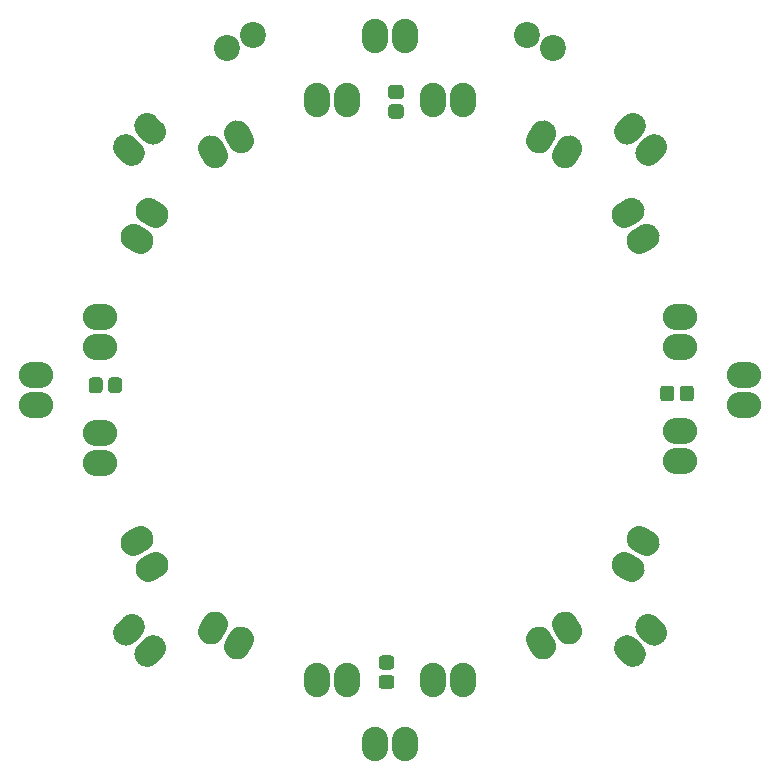
<source format=gts>
G04 #@! TF.GenerationSoftware,KiCad,Pcbnew,(5.1.9)-1*
G04 #@! TF.CreationDate,2021-10-29T13:55:56-03:00*
G04 #@! TF.ProjectId,RG_Led_ring,52475f4c-6564-45f7-9269-6e672e6b6963,rev?*
G04 #@! TF.SameCoordinates,Original*
G04 #@! TF.FileFunction,Soldermask,Top*
G04 #@! TF.FilePolarity,Negative*
%FSLAX46Y46*%
G04 Gerber Fmt 4.6, Leading zero omitted, Abs format (unit mm)*
G04 Created by KiCad (PCBNEW (5.1.9)-1) date 2021-10-29 13:55:56*
%MOMM*%
%LPD*%
G01*
G04 APERTURE LIST*
%ADD10O,2.900000X2.200000*%
%ADD11C,2.200000*%
%ADD12O,2.200000X2.900000*%
G04 APERTURE END LIST*
G36*
G01*
X150125000Y-75825000D02*
X150875000Y-75825000D01*
G75*
G02*
X151175000Y-76125000I0J-300000D01*
G01*
X151175000Y-76725000D01*
G75*
G02*
X150875000Y-77025000I-300000J0D01*
G01*
X150125000Y-77025000D01*
G75*
G02*
X149825000Y-76725000I0J300000D01*
G01*
X149825000Y-76125000D01*
G75*
G02*
X150125000Y-75825000I300000J0D01*
G01*
G37*
G36*
G01*
X150125000Y-74175000D02*
X150875000Y-74175000D01*
G75*
G02*
X151175000Y-74475000I0J-300000D01*
G01*
X151175000Y-75075000D01*
G75*
G02*
X150875000Y-75375000I-300000J0D01*
G01*
X150125000Y-75375000D01*
G75*
G02*
X149825000Y-75075000I0J300000D01*
G01*
X149825000Y-74475000D01*
G75*
G02*
X150125000Y-74175000I300000J0D01*
G01*
G37*
D10*
X125480000Y-93850000D03*
X125480000Y-96390000D03*
G36*
G01*
X174075000Y-99925000D02*
X174075000Y-100675000D01*
G75*
G02*
X173775000Y-100975000I-300000J0D01*
G01*
X173175000Y-100975000D01*
G75*
G02*
X172875000Y-100675000I0J300000D01*
G01*
X172875000Y-99925000D01*
G75*
G02*
X173175000Y-99625000I300000J0D01*
G01*
X173775000Y-99625000D01*
G75*
G02*
X174075000Y-99925000I0J-300000D01*
G01*
G37*
G36*
G01*
X175725000Y-99925000D02*
X175725000Y-100675000D01*
G75*
G02*
X175425000Y-100975000I-300000J0D01*
G01*
X174825000Y-100975000D01*
G75*
G02*
X174525000Y-100675000I0J300000D01*
G01*
X174525000Y-99925000D01*
G75*
G02*
X174825000Y-99625000I300000J0D01*
G01*
X175425000Y-99625000D01*
G75*
G02*
X175725000Y-99925000I0J-300000D01*
G01*
G37*
G36*
G01*
X150075000Y-123675000D02*
X149325000Y-123675000D01*
G75*
G02*
X149025000Y-123375000I0J300000D01*
G01*
X149025000Y-122775000D01*
G75*
G02*
X149325000Y-122475000I300000J0D01*
G01*
X150075000Y-122475000D01*
G75*
G02*
X150375000Y-122775000I0J-300000D01*
G01*
X150375000Y-123375000D01*
G75*
G02*
X150075000Y-123675000I-300000J0D01*
G01*
G37*
G36*
G01*
X150075000Y-125325000D02*
X149325000Y-125325000D01*
G75*
G02*
X149025000Y-125025000I0J300000D01*
G01*
X149025000Y-124425000D01*
G75*
G02*
X149325000Y-124125000I300000J0D01*
G01*
X150075000Y-124125000D01*
G75*
G02*
X150375000Y-124425000I0J-300000D01*
G01*
X150375000Y-125025000D01*
G75*
G02*
X150075000Y-125325000I-300000J0D01*
G01*
G37*
G36*
G01*
X126125000Y-99975000D02*
X126125000Y-99225000D01*
G75*
G02*
X126425000Y-98925000I300000J0D01*
G01*
X127025000Y-98925000D01*
G75*
G02*
X127325000Y-99225000I0J-300000D01*
G01*
X127325000Y-99975000D01*
G75*
G02*
X127025000Y-100275000I-300000J0D01*
G01*
X126425000Y-100275000D01*
G75*
G02*
X126125000Y-99975000I0J300000D01*
G01*
G37*
G36*
G01*
X124475000Y-99975000D02*
X124475000Y-99225000D01*
G75*
G02*
X124775000Y-98925000I300000J0D01*
G01*
X125375000Y-98925000D01*
G75*
G02*
X125675000Y-99225000I0J-300000D01*
G01*
X125675000Y-99975000D01*
G75*
G02*
X125375000Y-100275000I-300000J0D01*
G01*
X124775000Y-100275000D01*
G75*
G02*
X124475000Y-99975000I0J300000D01*
G01*
G37*
D11*
X161567115Y-69971727D03*
X163832885Y-71028273D03*
X136167115Y-71028273D03*
X138432885Y-69971727D03*
D10*
X180000000Y-98730000D03*
X180000000Y-101270000D03*
G36*
G01*
X171337278Y-78422304D02*
X170842304Y-78917278D01*
G75*
G02*
X169286670Y-78917278I-777817J777817D01*
G01*
X169286670Y-78917278D01*
G75*
G02*
X169286670Y-77361644I777817J777817D01*
G01*
X169781644Y-76866670D01*
G75*
G02*
X171337278Y-76866670I777817J-777817D01*
G01*
X171337278Y-76866670D01*
G75*
G02*
X171337278Y-78422304I-777817J-777817D01*
G01*
G37*
G36*
G01*
X173133330Y-80218356D02*
X172638356Y-80713330D01*
G75*
G02*
X171082722Y-80713330I-777817J777817D01*
G01*
X171082722Y-80713330D01*
G75*
G02*
X171082722Y-79157696I777817J777817D01*
G01*
X171577696Y-78662722D01*
G75*
G02*
X173133330Y-78662722I777817J-777817D01*
G01*
X173133330Y-78662722D01*
G75*
G02*
X173133330Y-80218356I-777817J-777817D01*
G01*
G37*
D12*
X148730000Y-70000000D03*
X151270000Y-70000000D03*
G36*
G01*
X128422304Y-78662722D02*
X128917278Y-79157696D01*
G75*
G02*
X128917278Y-80713330I-777817J-777817D01*
G01*
X128917278Y-80713330D01*
G75*
G02*
X127361644Y-80713330I-777817J777817D01*
G01*
X126866670Y-80218356D01*
G75*
G02*
X126866670Y-78662722I777817J777817D01*
G01*
X126866670Y-78662722D01*
G75*
G02*
X128422304Y-78662722I777817J-777817D01*
G01*
G37*
G36*
G01*
X130218356Y-76866670D02*
X130713330Y-77361644D01*
G75*
G02*
X130713330Y-78917278I-777817J-777817D01*
G01*
X130713330Y-78917278D01*
G75*
G02*
X129157696Y-78917278I-777817J777817D01*
G01*
X128662722Y-78422304D01*
G75*
G02*
X128662722Y-76866670I777817J777817D01*
G01*
X128662722Y-76866670D01*
G75*
G02*
X130218356Y-76866670I777817J-777817D01*
G01*
G37*
D10*
X120000000Y-101270000D03*
X120000000Y-98730000D03*
G36*
G01*
X128662722Y-121577696D02*
X129157696Y-121082722D01*
G75*
G02*
X130713330Y-121082722I777817J-777817D01*
G01*
X130713330Y-121082722D01*
G75*
G02*
X130713330Y-122638356I-777817J-777817D01*
G01*
X130218356Y-123133330D01*
G75*
G02*
X128662722Y-123133330I-777817J777817D01*
G01*
X128662722Y-123133330D01*
G75*
G02*
X128662722Y-121577696I777817J777817D01*
G01*
G37*
G36*
G01*
X126866670Y-119781644D02*
X127361644Y-119286670D01*
G75*
G02*
X128917278Y-119286670I777817J-777817D01*
G01*
X128917278Y-119286670D01*
G75*
G02*
X128917278Y-120842304I-777817J-777817D01*
G01*
X128422304Y-121337278D01*
G75*
G02*
X126866670Y-121337278I-777817J777817D01*
G01*
X126866670Y-121337278D01*
G75*
G02*
X126866670Y-119781644I777817J777817D01*
G01*
G37*
D12*
X151270000Y-130000000D03*
X148730000Y-130000000D03*
G36*
G01*
X171577696Y-121337278D02*
X171082722Y-120842304D01*
G75*
G02*
X171082722Y-119286670I777817J777817D01*
G01*
X171082722Y-119286670D01*
G75*
G02*
X172638356Y-119286670I777817J-777817D01*
G01*
X173133330Y-119781644D01*
G75*
G02*
X173133330Y-121337278I-777817J-777817D01*
G01*
X173133330Y-121337278D01*
G75*
G02*
X171577696Y-121337278I-777817J777817D01*
G01*
G37*
G36*
G01*
X169781644Y-123133330D02*
X169286670Y-122638356D01*
G75*
G02*
X169286670Y-121082722I777817J777817D01*
G01*
X169286670Y-121082722D01*
G75*
G02*
X170842304Y-121082722I777817J-777817D01*
G01*
X171337278Y-121577696D01*
G75*
G02*
X171337278Y-123133330I-777817J-777817D01*
G01*
X171337278Y-123133330D01*
G75*
G02*
X169781644Y-123133330I-777817J777817D01*
G01*
G37*
D10*
X174520000Y-105990000D03*
X174520000Y-103450000D03*
G36*
G01*
X170401891Y-113862224D02*
X171008109Y-114212224D01*
G75*
G02*
X171410737Y-115714852I-550000J-952628D01*
G01*
X171410737Y-115714852D01*
G75*
G02*
X169908109Y-116117480I-952628J550000D01*
G01*
X169301891Y-115767480D01*
G75*
G02*
X168899263Y-114264852I550000J952628D01*
G01*
X168899263Y-114264852D01*
G75*
G02*
X170401891Y-113862224I952628J-550000D01*
G01*
G37*
G36*
G01*
X171671891Y-111662520D02*
X172278109Y-112012520D01*
G75*
G02*
X172680737Y-113515148I-550000J-952628D01*
G01*
X172680737Y-113515148D01*
G75*
G02*
X171178109Y-113917776I-952628J550000D01*
G01*
X170571891Y-113567776D01*
G75*
G02*
X170169263Y-112065148I550000J952628D01*
G01*
X170169263Y-112065148D01*
G75*
G02*
X171671891Y-111662520I952628J-550000D01*
G01*
G37*
G36*
G01*
X163567776Y-120571891D02*
X163917776Y-121178109D01*
G75*
G02*
X163515148Y-122680737I-952628J-550000D01*
G01*
X163515148Y-122680737D01*
G75*
G02*
X162012520Y-122278109I-550000J952628D01*
G01*
X161662520Y-121671891D01*
G75*
G02*
X162065148Y-120169263I952628J550000D01*
G01*
X162065148Y-120169263D01*
G75*
G02*
X163567776Y-120571891I550000J-952628D01*
G01*
G37*
G36*
G01*
X165767480Y-119301891D02*
X166117480Y-119908109D01*
G75*
G02*
X165714852Y-121410737I-952628J-550000D01*
G01*
X165714852Y-121410737D01*
G75*
G02*
X164212224Y-121008109I-550000J952628D01*
G01*
X163862224Y-120401891D01*
G75*
G02*
X164264852Y-118899263I952628J550000D01*
G01*
X164264852Y-118899263D01*
G75*
G02*
X165767480Y-119301891I550000J-952628D01*
G01*
G37*
D12*
X153610000Y-124520000D03*
X156150000Y-124520000D03*
X143850000Y-124520000D03*
X146390000Y-124520000D03*
G36*
G01*
X136137776Y-120401891D02*
X135787776Y-121008109D01*
G75*
G02*
X134285148Y-121410737I-952628J550000D01*
G01*
X134285148Y-121410737D01*
G75*
G02*
X133882520Y-119908109I550000J952628D01*
G01*
X134232520Y-119301891D01*
G75*
G02*
X135735148Y-118899263I952628J-550000D01*
G01*
X135735148Y-118899263D01*
G75*
G02*
X136137776Y-120401891I-550000J-952628D01*
G01*
G37*
G36*
G01*
X138337480Y-121671891D02*
X137987480Y-122278109D01*
G75*
G02*
X136484852Y-122680737I-952628J550000D01*
G01*
X136484852Y-122680737D01*
G75*
G02*
X136082224Y-121178109I550000J952628D01*
G01*
X136432224Y-120571891D01*
G75*
G02*
X137934852Y-120169263I952628J-550000D01*
G01*
X137934852Y-120169263D01*
G75*
G02*
X138337480Y-121671891I-550000J-952628D01*
G01*
G37*
G36*
G01*
X129428109Y-113567776D02*
X128821891Y-113917776D01*
G75*
G02*
X127319263Y-113515148I-550000J952628D01*
G01*
X127319263Y-113515148D01*
G75*
G02*
X127721891Y-112012520I952628J550000D01*
G01*
X128328109Y-111662520D01*
G75*
G02*
X129830737Y-112065148I550000J-952628D01*
G01*
X129830737Y-112065148D01*
G75*
G02*
X129428109Y-113567776I-952628J-550000D01*
G01*
G37*
G36*
G01*
X130698109Y-115767480D02*
X130091891Y-116117480D01*
G75*
G02*
X128589263Y-115714852I-550000J952628D01*
G01*
X128589263Y-115714852D01*
G75*
G02*
X128991891Y-114212224I952628J550000D01*
G01*
X129598109Y-113862224D01*
G75*
G02*
X131100737Y-114264852I550000J-952628D01*
G01*
X131100737Y-114264852D01*
G75*
G02*
X130698109Y-115767480I-952628J-550000D01*
G01*
G37*
D10*
X125480000Y-103610000D03*
X125480000Y-106150000D03*
G36*
G01*
X129598109Y-86137776D02*
X128991891Y-85787776D01*
G75*
G02*
X128589263Y-84285148I550000J952628D01*
G01*
X128589263Y-84285148D01*
G75*
G02*
X130091891Y-83882520I952628J-550000D01*
G01*
X130698109Y-84232520D01*
G75*
G02*
X131100737Y-85735148I-550000J-952628D01*
G01*
X131100737Y-85735148D01*
G75*
G02*
X129598109Y-86137776I-952628J550000D01*
G01*
G37*
G36*
G01*
X128328109Y-88337480D02*
X127721891Y-87987480D01*
G75*
G02*
X127319263Y-86484852I550000J952628D01*
G01*
X127319263Y-86484852D01*
G75*
G02*
X128821891Y-86082224I952628J-550000D01*
G01*
X129428109Y-86432224D01*
G75*
G02*
X129830737Y-87934852I-550000J-952628D01*
G01*
X129830737Y-87934852D01*
G75*
G02*
X128328109Y-88337480I-952628J550000D01*
G01*
G37*
G36*
G01*
X136432224Y-79428109D02*
X136082224Y-78821891D01*
G75*
G02*
X136484852Y-77319263I952628J550000D01*
G01*
X136484852Y-77319263D01*
G75*
G02*
X137987480Y-77721891I550000J-952628D01*
G01*
X138337480Y-78328109D01*
G75*
G02*
X137934852Y-79830737I-952628J-550000D01*
G01*
X137934852Y-79830737D01*
G75*
G02*
X136432224Y-79428109I-550000J952628D01*
G01*
G37*
G36*
G01*
X134232520Y-80698109D02*
X133882520Y-80091891D01*
G75*
G02*
X134285148Y-78589263I952628J550000D01*
G01*
X134285148Y-78589263D01*
G75*
G02*
X135787776Y-78991891I550000J-952628D01*
G01*
X136137776Y-79598109D01*
G75*
G02*
X135735148Y-81100737I-952628J-550000D01*
G01*
X135735148Y-81100737D01*
G75*
G02*
X134232520Y-80698109I-550000J952628D01*
G01*
G37*
D12*
X146390000Y-75480000D03*
X143850000Y-75480000D03*
X156150000Y-75480000D03*
X153610000Y-75480000D03*
G36*
G01*
X163862224Y-79598109D02*
X164212224Y-78991891D01*
G75*
G02*
X165714852Y-78589263I952628J-550000D01*
G01*
X165714852Y-78589263D01*
G75*
G02*
X166117480Y-80091891I-550000J-952628D01*
G01*
X165767480Y-80698109D01*
G75*
G02*
X164264852Y-81100737I-952628J550000D01*
G01*
X164264852Y-81100737D01*
G75*
G02*
X163862224Y-79598109I550000J952628D01*
G01*
G37*
G36*
G01*
X161662520Y-78328109D02*
X162012520Y-77721891D01*
G75*
G02*
X163515148Y-77319263I952628J-550000D01*
G01*
X163515148Y-77319263D01*
G75*
G02*
X163917776Y-78821891I-550000J-952628D01*
G01*
X163567776Y-79428109D01*
G75*
G02*
X162065148Y-79830737I-952628J550000D01*
G01*
X162065148Y-79830737D01*
G75*
G02*
X161662520Y-78328109I550000J952628D01*
G01*
G37*
G36*
G01*
X170571891Y-86432224D02*
X171178109Y-86082224D01*
G75*
G02*
X172680737Y-86484852I550000J-952628D01*
G01*
X172680737Y-86484852D01*
G75*
G02*
X172278109Y-87987480I-952628J-550000D01*
G01*
X171671891Y-88337480D01*
G75*
G02*
X170169263Y-87934852I-550000J952628D01*
G01*
X170169263Y-87934852D01*
G75*
G02*
X170571891Y-86432224I952628J550000D01*
G01*
G37*
G36*
G01*
X169301891Y-84232520D02*
X169908109Y-83882520D01*
G75*
G02*
X171410737Y-84285148I550000J-952628D01*
G01*
X171410737Y-84285148D01*
G75*
G02*
X171008109Y-85787776I-952628J-550000D01*
G01*
X170401891Y-86137776D01*
G75*
G02*
X168899263Y-85735148I-550000J952628D01*
G01*
X168899263Y-85735148D01*
G75*
G02*
X169301891Y-84232520I952628J550000D01*
G01*
G37*
D10*
X174520000Y-96390000D03*
X174520000Y-93850000D03*
M02*

</source>
